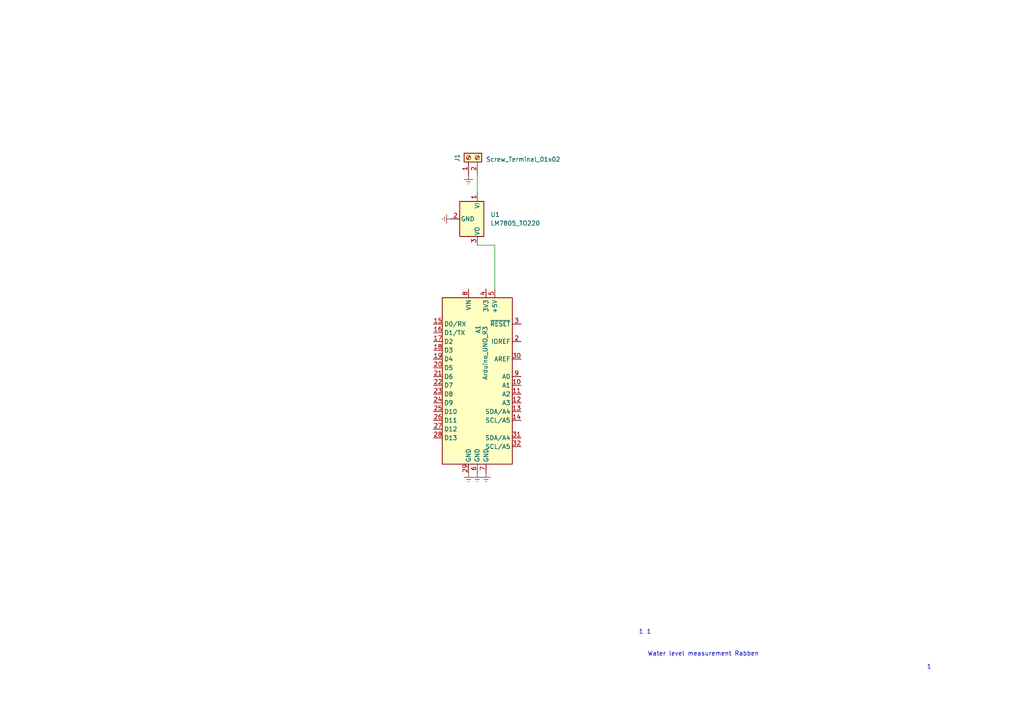
<source format=kicad_sch>
(kicad_sch (version 20231120) (generator "eeschema") (generator_version "8.0")
  (paper "A4")
  (lib_symbols
    (symbol "Connector:Screw_Terminal_01x02" (pin_names (offset 1.016) hide)
      (property "Reference" "J" (at 0 2.54 0))
      (property "Value" "Screw_Terminal_01x02" (at 0 -5.08 0))
      (symbol "Screw_Terminal_01x02_1_1"
        (rectangle (start -1.27 1.27) (end 1.27 -3.81) (stroke (width 0.254)) (fill (type background)))
        (circle (center 0 -2.54) (radius 0.635) (stroke (width 0.1524)))
        (polyline (pts (xy -0.5334 -2.2098) (xy 0.3302 -3.048)) (stroke (width 0.1524)))
        (polyline (pts (xy -0.5334 0.3302) (xy 0.3302 -0.508)) (stroke (width 0.1524)))
        (polyline (pts (xy -0.3556 -2.032) (xy 0.508 -2.8702)) (stroke (width 0.1524)))
        (polyline (pts (xy -0.3556 0.508) (xy 0.508 -0.3302)) (stroke (width 0.1524)))
        (circle (center 0 0) (radius 0.635) (stroke (width 0.1524)))
        (pin passive line (at -5.08 0 0) (length 3.81) (name "Pin_1") (number "1"))
        (pin passive line (at -5.08 -2.54 0) (length 3.81) (name "Pin_2") (number "2"))
      )
    )
    (symbol "MCU_Module:Arduino_UNO_R3"
      (property "Reference" "A" (at -10.16 23.495 0))
      (property "Value" "Arduino_UNO_R3" (at 5.08 -26.67 0))
      (symbol "Arduino_UNO_R3_0_1"
        (rectangle (start -10.16 22.86) (end 10.16 -25.4) (stroke (width 0.254)) (fill (type background)))
      )
      (symbol "Arduino_UNO_R3_1_1"
        (pin no_connect line (at -10.16 -20.32 0) (length 2.54) hide (name "NC") (number "1"))
        (pin bidirectional line (at 12.7 -2.54 180) (length 2.54) (name "A1") (number "10"))
        (pin bidirectional line (at 12.7 -5.08 180) (length 2.54) (name "A2") (number "11"))
        (pin bidirectional line (at 12.7 -7.62 180) (length 2.54) (name "A3") (number "12"))
        (pin bidirectional line (at 12.7 -10.16 180) (length 2.54) (name "SDA/A4") (number "13"))
        (pin bidirectional line (at 12.7 -12.7 180) (length 2.54) (name "SCL/A5") (number "14"))
        (pin bidirectional line (at -12.7 15.24 0) (length 2.54) (name "D0/RX") (number "15"))
        (pin bidirectional line (at -12.7 12.7 0) (length 2.54) (name "D1/TX") (number "16"))
        (pin bidirectional line (at -12.7 10.16 0) (length 2.54) (name "D2") (number "17"))
        (pin bidirectional line (at -12.7 7.62 0) (length 2.54) (name "D3") (number "18"))
        (pin bidirectional line (at -12.7 5.08 0) (length 2.54) (name "D4") (number "19"))
        (pin output line (at 12.7 10.16 180) (length 2.54) (name "IOREF") (number "2"))
        (pin bidirectional line (at -12.7 2.54 0) (length 2.54) (name "D5") (number "20"))
        (pin bidirectional line (at -12.7 0 0) (length 2.54) (name "D6") (number "21"))
        (pin bidirectional line (at -12.7 -2.54 0) (length 2.54) (name "D7") (number "22"))
        (pin bidirectional line (at -12.7 -5.08 0) (length 2.54) (name "D8") (number "23"))
        (pin bidirectional line (at -12.7 -7.62 0) (length 2.54) (name "D9") (number "24"))
        (pin bidirectional line (at -12.7 -10.16 0) (length 2.54) (name "D10") (number "25"))
        (pin bidirectional line (at -12.7 -12.7 0) (length 2.54) (name "D11") (number "26"))
        (pin bidirectional line (at -12.7 -15.24 0) (length 2.54) (name "D12") (number "27"))
        (pin bidirectional line (at -12.7 -17.78 0) (length 2.54) (name "D13") (number "28"))
        (pin power_in line (at -2.54 -27.94 90) (length 2.54) (name "GND") (number "29"))
        (pin input line (at 12.7 15.24 180) (length 2.54) (name "~{RESET}") (number "3"))
        (pin input line (at 12.7 5.08 180) (length 2.54) (name "AREF") (number "30"))
        (pin bidirectional line (at 12.7 -17.78 180) (length 2.54) (name "SDA/A4") (number "31"))
        (pin bidirectional line (at 12.7 -20.32 180) (length 2.54) (name "SCL/A5") (number "32"))
        (pin power_out line (at 2.54 25.4 270) (length 2.54) (name "3V3") (number "4"))
        (pin power_out line (at 5.08 25.4 270) (length 2.54) (name "+5V") (number "5"))
        (pin power_in line (at 0 -27.94 90) (length 2.54) (name "GND") (number "6"))
        (pin power_in line (at 2.54 -27.94 90) (length 2.54) (name "GND") (number "7"))
        (pin power_in line (at -2.54 25.4 270) (length 2.54) (name "VIN") (number "8"))
        (pin bidirectional line (at 12.7 0 180) (length 2.54) (name "A0") (number "9"))
      )
    )
    (symbol "Regulator_Linear:LM7805_TO220" (pin_names (offset 0.254))
      (property "Reference" "U" (at -3.81 3.175 0))
      (property "Value" "LM7805_TO220" (at 0 3.175 0))
      (symbol "LM7805_TO220_0_1"
        (rectangle (start -5.08 1.905) (end 5.08 -5.08) (stroke (width 0.254)) (fill (type background)))
      )
      (symbol "LM7805_TO220_1_1"
        (pin power_in line (at -7.62 0 0) (length 2.54) (name "VI") (number "1"))
        (pin power_in line (at 0 -7.62 90) (length 2.54) (name "GND") (number "2"))
        (pin power_out line (at 7.62 0 180) (length 2.54) (name "VO") (number "3"))
      )
    )
    (symbol "power:Earth" (power) (pin_names (offset 0))
      (symbol "Earth_0_1"
        (polyline (pts (xy -0.635 -1.905) (xy 0.635 -1.905)))
        (polyline (pts (xy -0.127 -2.54) (xy 0.127 -2.54)))
        (polyline (pts (xy 0 -1.27) (xy 0 0)))
        (polyline (pts (xy 1.27 -1.27) (xy -1.27 -1.27)))
      )
      (symbol "Earth_1_1"
        (pin power_in line (at 0 0 270) (length 0) hide (name "Earth") (number "1"))
      )
    )
  )
  (wire (pts (xy 138.43 50.8) (xy 138.43 55.88)))
  (wire (pts (xy 143.51 71.12) (xy 143.51 83.82)))
  (wire (pts (xy 138.43 71.12) (xy 143.51 71.12)))
  (text "1" (at 185.928 183.388 0) (effects (font (size 1.27 1.27))))
  (text "Water level measurement Rabben" (at 203.962 189.738 0) (effects (font (size 1.27 1.27))))
  (text "1" (at 269.494 193.548 0) (effects (font (size 1.27 1.27))))
  (text "1" (at 188.214 183.388 0) (effects (font (size 1.27 1.27))))
  (symbol (lib_id "power:Earth") (at 130.81 63.5 270) (unit 1)
    (property "Reference" "#PWR01" (effects (hide yes)))
    (property "Value" "Earth" (effects (hide yes)))
    (property "Description" "Power symbol creates a global label with name \"Earth\"" (effects (hide yes)))
  )
  (symbol (lib_id "MCU_Module:Arduino_UNO_R3") (at 138.43 109.22 0) (unit 1)
    (property "Reference" "A1" (at 138.684 96.774 90) (effects (justify left)))
    (property "Value" "Arduino_UNO_R3" (at 140.716 110.236 90) (effects (justify left)))
    (property "Footprint" "Module:Arduino_UNO_R3" (effects (hide yes)))
    (property "Datasheet" "https://www.arduino.cc/en/Main/arduinoBoardUno" (effects (hide yes)))
    (property "Description" "Arduino UNO Microcontroller Module, release 3" (effects (hide yes)))
  )
  (symbol (lib_id "power:Earth") (at 140.97 137.16 0) (unit 1)
    (property "Reference" "#PWR04" (effects (hide yes)))
    (property "Value" "Earth" (effects (hide yes)))
    (property "Description" "Power symbol creates a global label with name \"Earth\"" (effects (hide yes)))
  )
  (symbol (lib_id "power:Earth") (at 135.89 137.16 0) (unit 1)
    (property "Reference" "#PWR02" (effects (hide yes)))
    (property "Value" "Earth" (effects (hide yes)))
    (property "Description" "Power symbol creates a global label with name \"Earth\"" (effects (hide yes)))
  )
  (symbol (lib_id "power:Earth") (at 138.43 137.16 0) (unit 1)
    (property "Reference" "#PWR03" (effects (hide yes)))
    (property "Value" "Earth" (effects (hide yes)))
    (property "Description" "Power symbol creates a global label with name \"Earth\"" (effects (hide yes)))
  )
  (symbol (lib_id "power:Earth") (at 135.89 50.8 0) (unit 1)
    (property "Reference" "#PWR05" (effects (hide yes)))
    (property "Value" "Earth" (effects (hide yes)))
    (property "Description" "Power symbol creates a global label with name \"Earth\"" (effects (hide yes)))
  )
  (symbol (lib_id "Connector:Screw_Terminal_01x02") (at 135.89 45.72 90) (unit 1)
    (property "Reference" "J1" (at 132.588 46.99 0) (effects (justify left)))
    (property "Value" "Screw_Terminal_01x02" (at 162.56 46.228 90) (effects (justify left)))
    (property "Description" "Generic screw terminal, single row, 01x02, script generated (kicad-library-utils/schlib/autogen/connector/)" (effects (hide yes)))
  )
  (symbol (lib_id "Regulator_Linear:LM7805_TO220") (at 138.43 63.5 270) (unit 1)
    (property "Reference" "U1" (at 142.24 62.2299 90) (effects (justify left)))
    (property "Value" "LM7805_TO220" (at 142.24 64.7699 90) (effects (justify left)))
    (property "Footprint" "Package_TO_SOT_THT:TO-220-3_Vertical" (effects (hide yes)))
    (property "Datasheet" "https://www.onsemi.cn/PowerSolutions/document/MC7800-D.PDF" (effects (hide yes)))
    (property "Description" "Positive 1A 35V Linear Regulator, Fixed Output 5V, TO-220" (effects (hide yes)))
  )
)
</source>
